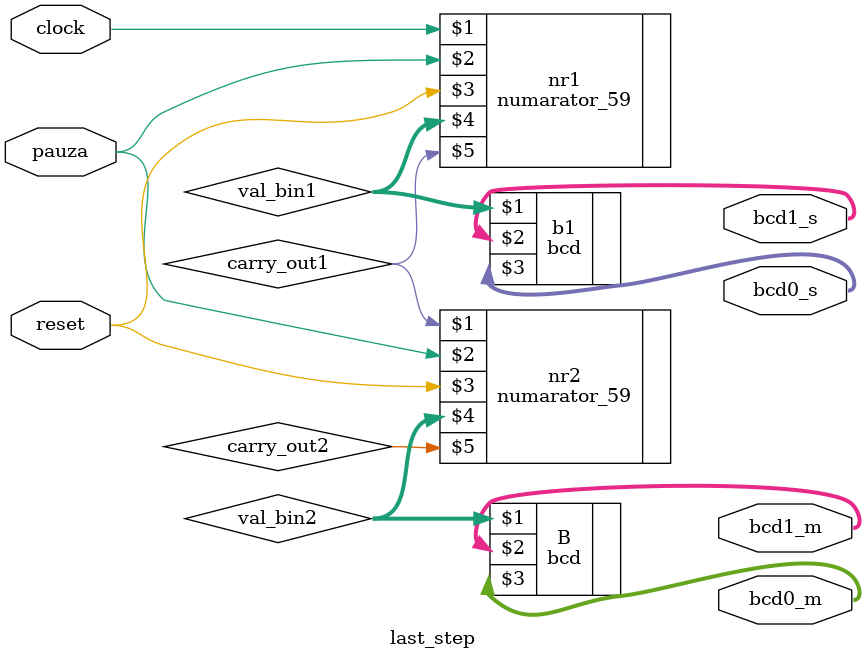
<source format=v>
`timescale 1ns / 1ps


module last_step(clock, pauza, reset, bcd0_s, bcd0_m, bcd1_s, bcd1_m);

input clock, pauza, reset;
wire carry_out1, carry_out2;
wire [5:0] val_bin1, val_bin2;
output [3:0] bcd0_s, bcd0_m, bcd1_s, bcd1_m;

numarator_59 nr1 (clock, pauza, reset, val_bin1, carry_out1);
numarator_59 nr2 (carry_out1, pauza, reset, val_bin2, carry_out2);

bcd b1 (val_bin1, bcd1_s, bcd0_s);
bcd B (val_bin2, bcd1_m, bcd0_m);
endmodule

</source>
